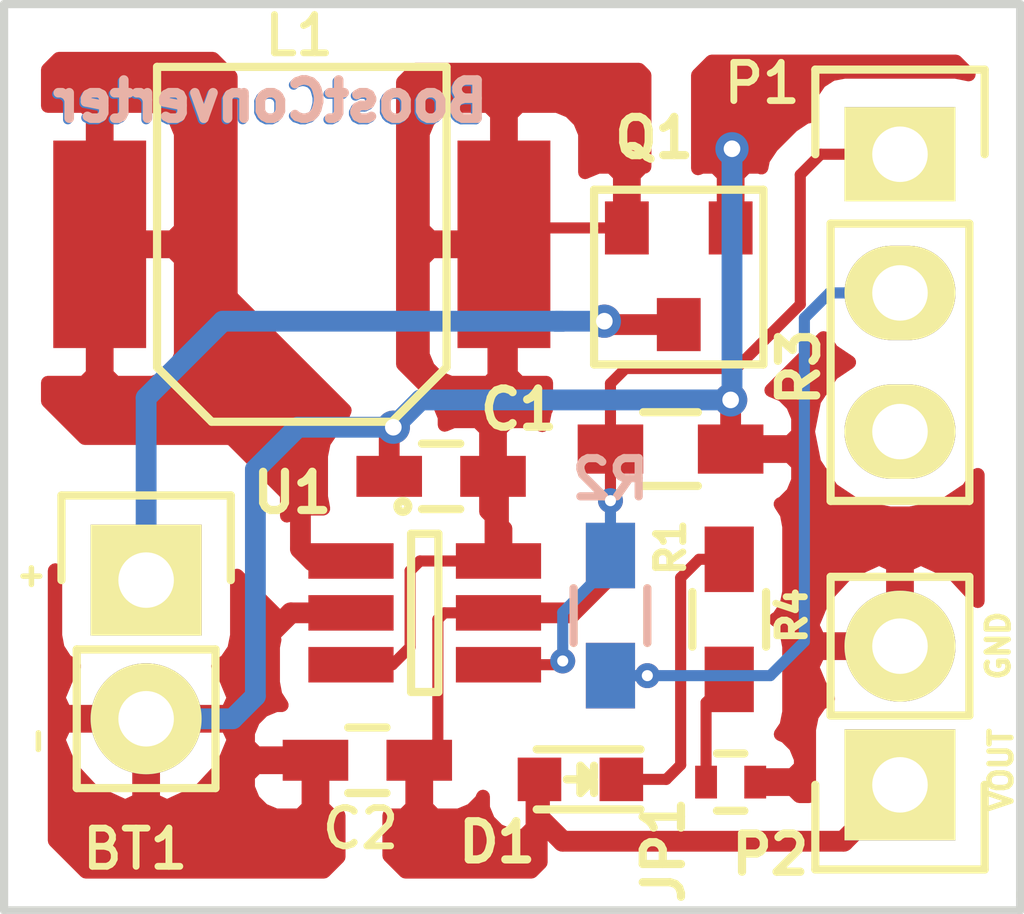
<source format=kicad_pcb>
(kicad_pcb (version 4) (host pcbnew 4.0.4-stable)

  (general
    (links 24)
    (no_connects 0)
    (area 165.974999 108.8705 184.725001 125.675001)
    (thickness 1.6)
    (drawings 11)
    (tracks 86)
    (zones 0)
    (modules 14)
    (nets 11)
  )

  (page A4)
  (layers
    (0 F.Cu signal)
    (31 B.Cu signal)
    (32 B.Adhes user)
    (33 F.Adhes user)
    (34 B.Paste user)
    (35 F.Paste user)
    (36 B.SilkS user)
    (37 F.SilkS user)
    (38 B.Mask user)
    (39 F.Mask user)
    (40 Dwgs.User user)
    (41 Cmts.User user)
    (42 Eco1.User user)
    (43 Eco2.User user)
    (44 Edge.Cuts user)
    (45 Margin user)
    (46 B.CrtYd user)
    (47 F.CrtYd user)
    (48 B.Fab user)
    (49 F.Fab user)
  )

  (setup
    (last_trace_width 0.203)
    (user_trace_width 0.203)
    (user_trace_width 0.381)
    (trace_clearance 0.152)
    (zone_clearance 0.508)
    (zone_45_only no)
    (trace_min 0.2)
    (segment_width 0.2)
    (edge_width 0.15)
    (via_size 0.457)
    (via_drill 0.203)
    (via_min_size 0.4)
    (via_min_drill 0.1)
    (user_via 0.4 0.1)
    (user_via 0.457 0.203)
    (user_via 0.609 0.304)
    (uvia_size 0.355)
    (uvia_drill 0.101)
    (uvias_allowed no)
    (uvia_min_size 0.34)
    (uvia_min_drill 0.101)
    (pcb_text_width 0.3)
    (pcb_text_size 1.5 1.5)
    (mod_edge_width 0.15)
    (mod_text_size 1 1)
    (mod_text_width 0.15)
    (pad_size 1.524 1.524)
    (pad_drill 0.762)
    (pad_to_mask_clearance 0.2)
    (aux_axis_origin 0 0)
    (visible_elements 7FFFFFFF)
    (pcbplotparams
      (layerselection 0x010f0_80000001)
      (usegerberextensions true)
      (excludeedgelayer true)
      (linewidth 0.100000)
      (plotframeref false)
      (viasonmask false)
      (mode 1)
      (useauxorigin false)
      (hpglpennumber 1)
      (hpglpenspeed 20)
      (hpglpendiameter 15)
      (hpglpenoverlay 2)
      (psnegative false)
      (psa4output false)
      (plotreference true)
      (plotvalue true)
      (plotinvisibletext false)
      (padsonsilk false)
      (subtractmaskfromsilk false)
      (outputformat 1)
      (mirror false)
      (drillshape 0)
      (scaleselection 1)
      (outputdirectory Gerber/))
  )

  (net 0 "")
  (net 1 "Net-(BT1-Pad1)")
  (net 2 GND)
  (net 3 "Net-(C1-Pad1)")
  (net 4 "Net-(C2-Pad1)")
  (net 5 "Net-(D1-Pad1)")
  (net 6 "Net-(JP1-Pad1)")
  (net 7 "Net-(L1-Pad2)")
  (net 8 "Net-(P1-Pad1)")
  (net 9 "Net-(P1-Pad2)")
  (net 10 "Net-(P1-Pad3)")

  (net_class Default "This is the default net class."
    (clearance 0.152)
    (trace_width 0.203)
    (via_dia 0.457)
    (via_drill 0.203)
    (uvia_dia 0.355)
    (uvia_drill 0.101)
    (add_net GND)
    (add_net "Net-(BT1-Pad1)")
    (add_net "Net-(C1-Pad1)")
    (add_net "Net-(C2-Pad1)")
    (add_net "Net-(D1-Pad1)")
    (add_net "Net-(JP1-Pad1)")
    (add_net "Net-(L1-Pad2)")
    (add_net "Net-(P1-Pad1)")
    (add_net "Net-(P1-Pad2)")
    (add_net "Net-(P1-Pad3)")
  )

  (net_class GND ""
    (clearance 0.152)
    (trace_width 0.381)
    (via_dia 0.609)
    (via_drill 0.304)
    (uvia_dia 0.355)
    (uvia_drill 0.101)
  )

  (module Pin_Headers:Pin_Header_Straight_1x02 (layer F.Cu) (tedit 57EECF2D) (tstamp 57EEAB19)
    (at 168.65 119.55)
    (descr "Through hole pin header")
    (tags "pin header")
    (path /57EA7D51)
    (fp_text reference BT1 (at -0.2 4.925) (layer F.SilkS)
      (effects (font (size 0.7 0.7) (thickness 0.125)))
    )
    (fp_text value AA (at 0.152999 0.873) (layer F.Fab) hide
      (effects (font (size 1 1) (thickness 0.15)))
    )
    (fp_line (start 1.27 1.27) (end 1.27 3.81) (layer F.SilkS) (width 0.15))
    (fp_line (start 1.55 -1.55) (end 1.55 0) (layer F.SilkS) (width 0.15))
    (fp_line (start -1.75 -1.75) (end -1.75 4.3) (layer F.CrtYd) (width 0.05))
    (fp_line (start 1.75 -1.75) (end 1.75 4.3) (layer F.CrtYd) (width 0.05))
    (fp_line (start -1.75 -1.75) (end 1.75 -1.75) (layer F.CrtYd) (width 0.05))
    (fp_line (start -1.75 4.3) (end 1.75 4.3) (layer F.CrtYd) (width 0.05))
    (fp_line (start 1.27 1.27) (end -1.27 1.27) (layer F.SilkS) (width 0.15))
    (fp_line (start -1.55 0) (end -1.55 -1.55) (layer F.SilkS) (width 0.15))
    (fp_line (start -1.55 -1.55) (end 1.55 -1.55) (layer F.SilkS) (width 0.15))
    (fp_line (start -1.27 1.27) (end -1.27 3.81) (layer F.SilkS) (width 0.15))
    (fp_line (start -1.27 3.81) (end 1.27 3.81) (layer F.SilkS) (width 0.15))
    (pad 1 thru_hole rect (at 0 0) (size 2.032 2.032) (drill 1.016) (layers *.Cu *.Mask F.SilkS)
      (net 1 "Net-(BT1-Pad1)"))
    (pad 2 thru_hole oval (at 0 2.54) (size 2.032 2.032) (drill 1.016) (layers *.Cu *.Mask F.SilkS)
      (net 2 GND))
    (model Pin_Headers.3dshapes/Pin_Header_Straight_1x02.wrl
      (at (xyz 0 -0.05 0))
      (scale (xyz 1 1 1))
      (rotate (xyz 0 0 90))
    )
  )

  (module Capacitors_SMD:C_0603_HandSoldering (layer F.Cu) (tedit 57EECFCC) (tstamp 57EEAB1F)
    (at 174.05 117.65 180)
    (descr "Capacitor SMD 0603, hand soldering")
    (tags "capacitor 0603")
    (path /57EA49AF)
    (attr smd)
    (fp_text reference C1 (at -1.425 1.225 180) (layer F.SilkS)
      (effects (font (size 0.7 0.7) (thickness 0.15)))
    )
    (fp_text value 4.7uF (at 0.136572 0.123 180) (layer F.Fab) hide
      (effects (font (size 1 1) (thickness 0.15)))
    )
    (fp_line (start -1.85 -0.75) (end 1.85 -0.75) (layer F.CrtYd) (width 0.05))
    (fp_line (start -1.85 0.75) (end 1.85 0.75) (layer F.CrtYd) (width 0.05))
    (fp_line (start -1.85 -0.75) (end -1.85 0.75) (layer F.CrtYd) (width 0.05))
    (fp_line (start 1.85 -0.75) (end 1.85 0.75) (layer F.CrtYd) (width 0.05))
    (fp_line (start -0.35 -0.6) (end 0.35 -0.6) (layer F.SilkS) (width 0.15))
    (fp_line (start 0.35 0.6) (end -0.35 0.6) (layer F.SilkS) (width 0.15))
    (pad 1 smd rect (at -0.95 0 180) (size 1.2 0.75) (layers F.Cu F.Paste F.Mask)
      (net 3 "Net-(C1-Pad1)"))
    (pad 2 smd rect (at 0.95 0 180) (size 1.2 0.75) (layers F.Cu F.Paste F.Mask)
      (net 2 GND))
    (model Capacitors_SMD.3dshapes/C_0603_HandSoldering.wrl
      (at (xyz 0 0 0))
      (scale (xyz 1 1 1))
      (rotate (xyz 0 0 0))
    )
  )

  (module Capacitors_SMD:C_0603_HandSoldering (layer F.Cu) (tedit 57EECF36) (tstamp 57EEAB25)
    (at 172.7 122.85 180)
    (descr "Capacitor SMD 0603, hand soldering")
    (tags "capacitor 0603")
    (path /57EA49F6)
    (attr smd)
    (fp_text reference C2 (at 0.125 -1.25 180) (layer F.SilkS)
      (effects (font (size 0.7 0.7) (thickness 0.125)))
    )
    (fp_text value 10uF (at 0.102999 -0.027 180) (layer F.Fab) hide
      (effects (font (size 1 1) (thickness 0.15)))
    )
    (fp_line (start -1.85 -0.75) (end 1.85 -0.75) (layer F.CrtYd) (width 0.05))
    (fp_line (start -1.85 0.75) (end 1.85 0.75) (layer F.CrtYd) (width 0.05))
    (fp_line (start -1.85 -0.75) (end -1.85 0.75) (layer F.CrtYd) (width 0.05))
    (fp_line (start 1.85 -0.75) (end 1.85 0.75) (layer F.CrtYd) (width 0.05))
    (fp_line (start -0.35 -0.6) (end 0.35 -0.6) (layer F.SilkS) (width 0.15))
    (fp_line (start 0.35 0.6) (end -0.35 0.6) (layer F.SilkS) (width 0.15))
    (pad 1 smd rect (at -0.95 0 180) (size 1.2 0.75) (layers F.Cu F.Paste F.Mask)
      (net 4 "Net-(C2-Pad1)"))
    (pad 2 smd rect (at 0.95 0 180) (size 1.2 0.75) (layers F.Cu F.Paste F.Mask)
      (net 2 GND))
    (model Capacitors_SMD.3dshapes/C_0603_HandSoldering.wrl
      (at (xyz 0 0 0))
      (scale (xyz 1 1 1))
      (rotate (xyz 0 0 0))
    )
  )

  (module LEDs:LED_0603 (layer F.Cu) (tedit 57EED07B) (tstamp 57EEAB2B)
    (at 176.6 123.2 180)
    (descr "LED 0603 smd package")
    (tags "LED led 0603 SMD smd SMT smt smdled SMDLED smtled SMTLED")
    (path /57EA3CEA)
    (attr smd)
    (fp_text reference D1 (at 1.525 -1.15 180) (layer F.SilkS)
      (effects (font (size 0.7 0.7) (thickness 0.15)))
    )
    (fp_text value LED (at 0.202999 0.123 180) (layer F.Fab) hide
      (effects (font (size 1 1) (thickness 0.15)))
    )
    (fp_line (start -0.3 -0.2) (end -0.3 0.2) (layer F.Fab) (width 0.15))
    (fp_line (start -0.2 0) (end 0.1 -0.2) (layer F.Fab) (width 0.15))
    (fp_line (start 0.1 0.2) (end -0.2 0) (layer F.Fab) (width 0.15))
    (fp_line (start 0.1 -0.2) (end 0.1 0.2) (layer F.Fab) (width 0.15))
    (fp_line (start 0.8 0.4) (end -0.8 0.4) (layer F.Fab) (width 0.15))
    (fp_line (start 0.8 -0.4) (end 0.8 0.4) (layer F.Fab) (width 0.15))
    (fp_line (start -0.8 -0.4) (end 0.8 -0.4) (layer F.Fab) (width 0.15))
    (fp_line (start -0.8 0.4) (end -0.8 -0.4) (layer F.Fab) (width 0.15))
    (fp_line (start -1.1 0.55) (end 0.8 0.55) (layer F.SilkS) (width 0.15))
    (fp_line (start -1.1 -0.55) (end 0.8 -0.55) (layer F.SilkS) (width 0.15))
    (fp_line (start -0.2 0) (end 0.25 0) (layer F.SilkS) (width 0.15))
    (fp_line (start -0.25 -0.25) (end -0.25 0.25) (layer F.SilkS) (width 0.15))
    (fp_line (start -0.25 0) (end 0 -0.25) (layer F.SilkS) (width 0.15))
    (fp_line (start 0 -0.25) (end 0 0.25) (layer F.SilkS) (width 0.15))
    (fp_line (start 0 0.25) (end -0.25 0) (layer F.SilkS) (width 0.15))
    (fp_line (start 1.4 -0.75) (end 1.4 0.75) (layer F.CrtYd) (width 0.05))
    (fp_line (start 1.4 0.75) (end -1.4 0.75) (layer F.CrtYd) (width 0.05))
    (fp_line (start -1.4 0.75) (end -1.4 -0.75) (layer F.CrtYd) (width 0.05))
    (fp_line (start -1.4 -0.75) (end 1.4 -0.75) (layer F.CrtYd) (width 0.05))
    (pad 2 smd rect (at 0.7493 0) (size 0.79756 0.79756) (layers F.Cu F.Paste F.Mask)
      (net 4 "Net-(C2-Pad1)"))
    (pad 1 smd rect (at -0.7493 0) (size 0.79756 0.79756) (layers F.Cu F.Paste F.Mask)
      (net 5 "Net-(D1-Pad1)"))
    (model LEDs.3dshapes/LED_0603.wrl
      (at (xyz 0 0 0))
      (scale (xyz 1 1 1))
      (rotate (xyz 0 0 180))
    )
  )

  (module Resistors_SMD:R_0402 (layer F.Cu) (tedit 57EED08F) (tstamp 57EEAB31)
    (at 179.35 123.25)
    (descr "Resistor SMD 0402, reflow soldering, Vishay (see dcrcw.pdf)")
    (tags "resistor 0402")
    (path /57ECC09A)
    (attr smd)
    (fp_text reference JP1 (at -1.225 1.25 90) (layer F.SilkS)
      (effects (font (size 0.7 0.7) (thickness 0.15)))
    )
    (fp_text value JPR (at 0.069429 0.023) (layer F.Fab) hide
      (effects (font (size 1 1) (thickness 0.15)))
    )
    (fp_line (start -0.95 -0.65) (end 0.95 -0.65) (layer F.CrtYd) (width 0.05))
    (fp_line (start -0.95 0.65) (end 0.95 0.65) (layer F.CrtYd) (width 0.05))
    (fp_line (start -0.95 -0.65) (end -0.95 0.65) (layer F.CrtYd) (width 0.05))
    (fp_line (start 0.95 -0.65) (end 0.95 0.65) (layer F.CrtYd) (width 0.05))
    (fp_line (start 0.25 -0.525) (end -0.25 -0.525) (layer F.SilkS) (width 0.15))
    (fp_line (start -0.25 0.525) (end 0.25 0.525) (layer F.SilkS) (width 0.15))
    (pad 1 smd rect (at -0.45 0) (size 0.4 0.6) (layers F.Cu F.Paste F.Mask)
      (net 6 "Net-(JP1-Pad1)"))
    (pad 2 smd rect (at 0.45 0) (size 0.4 0.6) (layers F.Cu F.Paste F.Mask)
      (net 2 GND))
    (model Resistors_SMD.3dshapes/R_0402.wrl
      (at (xyz 0 0 0))
      (scale (xyz 1 1 1))
      (rotate (xyz 0 0 0))
    )
  )

  (module "Inductor:Inductor ELL-6S" (layer F.Cu) (tedit 57EECF40) (tstamp 57EEAB37)
    (at 171.5 113.4 180)
    (path /57EA4D41)
    (fp_text reference L1 (at 0.05 3.825 180) (layer F.SilkS)
      (effects (font (size 0.7 0.7) (thickness 0.125)))
    )
    (fp_text value 4.7uH (at 0.248 0.219 180) (layer F.Fab) hide
      (effects (font (size 1 1) (thickness 0.15)))
    )
    (fp_line (start 2.65 -2.25) (end 1.65 -3.25) (layer F.SilkS) (width 0.15))
    (fp_line (start -1.65 -3.25) (end -2.65 -2.25) (layer F.SilkS) (width 0.15))
    (fp_line (start -2.65 3.25) (end -2.65 -2.25) (layer F.SilkS) (width 0.15))
    (fp_line (start -1.65 -3.25) (end 1.65 -3.25) (layer F.SilkS) (width 0.15))
    (fp_line (start 2.65 -2.25) (end 2.65 3.25) (layer F.SilkS) (width 0.15))
    (fp_line (start 2.65 3.25) (end -2.65 3.25) (layer F.SilkS) (width 0.15))
    (pad 2 smd rect (at 3.7 0 180) (size 1.7 3.8) (layers F.Cu F.Paste F.Mask)
      (net 7 "Net-(L1-Pad2)"))
    (pad 1 smd rect (at -3.7 0 180) (size 1.7 3.8) (layers F.Cu F.Paste F.Mask)
      (net 3 "Net-(C1-Pad1)"))
  )

  (module Pin_Headers:Pin_Header_Straight_1x03 (layer F.Cu) (tedit 57EECF49) (tstamp 57EEAB3E)
    (at 182.45 111.75)
    (descr "Through hole pin header")
    (tags "pin header")
    (path /57EA78A5)
    (fp_text reference P1 (at -2.525 -1.3) (layer F.SilkS)
      (effects (font (size 0.7 0.7) (thickness 0.125)))
    )
    (fp_text value CN1X3 (at 0.064667 3.123 90) (layer F.Fab) hide
      (effects (font (size 1 1) (thickness 0.15)))
    )
    (fp_line (start -1.75 -1.75) (end -1.75 6.85) (layer F.CrtYd) (width 0.05))
    (fp_line (start 1.75 -1.75) (end 1.75 6.85) (layer F.CrtYd) (width 0.05))
    (fp_line (start -1.75 -1.75) (end 1.75 -1.75) (layer F.CrtYd) (width 0.05))
    (fp_line (start -1.75 6.85) (end 1.75 6.85) (layer F.CrtYd) (width 0.05))
    (fp_line (start -1.27 1.27) (end -1.27 6.35) (layer F.SilkS) (width 0.15))
    (fp_line (start -1.27 6.35) (end 1.27 6.35) (layer F.SilkS) (width 0.15))
    (fp_line (start 1.27 6.35) (end 1.27 1.27) (layer F.SilkS) (width 0.15))
    (fp_line (start 1.55 -1.55) (end 1.55 0) (layer F.SilkS) (width 0.15))
    (fp_line (start 1.27 1.27) (end -1.27 1.27) (layer F.SilkS) (width 0.15))
    (fp_line (start -1.55 0) (end -1.55 -1.55) (layer F.SilkS) (width 0.15))
    (fp_line (start -1.55 -1.55) (end 1.55 -1.55) (layer F.SilkS) (width 0.15))
    (pad 1 thru_hole rect (at 0 0) (size 2.032 1.7272) (drill 1.016) (layers *.Cu *.Mask F.SilkS)
      (net 8 "Net-(P1-Pad1)"))
    (pad 2 thru_hole oval (at 0 2.54) (size 2.032 1.7272) (drill 1.016) (layers *.Cu *.Mask F.SilkS)
      (net 9 "Net-(P1-Pad2)"))
    (pad 3 thru_hole oval (at 0 5.08) (size 2.032 1.7272) (drill 1.016) (layers *.Cu *.Mask F.SilkS)
      (net 10 "Net-(P1-Pad3)"))
    (model Pin_Headers.3dshapes/Pin_Header_Straight_1x03.wrl
      (at (xyz 0 -0.1 0))
      (scale (xyz 1 1 1))
      (rotate (xyz 0 0 90))
    )
  )

  (module Pin_Headers:Pin_Header_Straight_1x02 (layer F.Cu) (tedit 57EED0A3) (tstamp 57EEAB44)
    (at 182.45 123.3 180)
    (descr "Through hole pin header")
    (tags "pin header")
    (path /57EA3BED)
    (fp_text reference P2 (at 2.375 -1.275 360) (layer F.SilkS)
      (effects (font (size 0.7 0.7) (thickness 0.15)))
    )
    (fp_text value CN1X2 (at -0.075333 1.323 270) (layer F.Fab) hide
      (effects (font (size 1 1) (thickness 0.15)))
    )
    (fp_line (start 1.27 1.27) (end 1.27 3.81) (layer F.SilkS) (width 0.15))
    (fp_line (start 1.55 -1.55) (end 1.55 0) (layer F.SilkS) (width 0.15))
    (fp_line (start -1.75 -1.75) (end -1.75 4.3) (layer F.CrtYd) (width 0.05))
    (fp_line (start 1.75 -1.75) (end 1.75 4.3) (layer F.CrtYd) (width 0.05))
    (fp_line (start -1.75 -1.75) (end 1.75 -1.75) (layer F.CrtYd) (width 0.05))
    (fp_line (start -1.75 4.3) (end 1.75 4.3) (layer F.CrtYd) (width 0.05))
    (fp_line (start 1.27 1.27) (end -1.27 1.27) (layer F.SilkS) (width 0.15))
    (fp_line (start -1.55 0) (end -1.55 -1.55) (layer F.SilkS) (width 0.15))
    (fp_line (start -1.55 -1.55) (end 1.55 -1.55) (layer F.SilkS) (width 0.15))
    (fp_line (start -1.27 1.27) (end -1.27 3.81) (layer F.SilkS) (width 0.15))
    (fp_line (start -1.27 3.81) (end 1.27 3.81) (layer F.SilkS) (width 0.15))
    (pad 1 thru_hole rect (at 0 0 180) (size 2.032 2.032) (drill 1.016) (layers *.Cu *.Mask F.SilkS)
      (net 4 "Net-(C2-Pad1)"))
    (pad 2 thru_hole oval (at 0 2.54 180) (size 2.032 2.032) (drill 1.016) (layers *.Cu *.Mask F.SilkS)
      (net 2 GND))
    (model Pin_Headers.3dshapes/Pin_Header_Straight_1x02.wrl
      (at (xyz 0 -0.05 0))
      (scale (xyz 1 1 1))
      (rotate (xyz 0 0 90))
    )
  )

  (module P-MOSFET:P_MOSFET (layer F.Cu) (tedit 57EECF70) (tstamp 57EEAB4B)
    (at 178.4 113.1 180)
    (path /57EA4A9C)
    (fp_text reference Q1 (at 0.45 1.65 180) (layer F.SilkS)
      (effects (font (size 0.7 0.7) (thickness 0.15)))
    )
    (fp_text value MFET (at 0.15 -0.95 180) (layer F.Fab) hide
      (effects (font (size 1 1) (thickness 0.15)))
    )
    (fp_line (start 1.55 0) (end 1.55 -2.5) (layer F.SilkS) (width 0.15))
    (fp_line (start 1.55 -2.5) (end -1.55 -2.5) (layer F.SilkS) (width 0.15))
    (fp_line (start -1.55 -2.5) (end -1.55 0.7) (layer F.SilkS) (width 0.15))
    (fp_line (start -1.55 0.7) (end 1.55 0.7) (layer F.SilkS) (width 0.15))
    (fp_line (start 1.55 0.7) (end 1.55 0) (layer F.SilkS) (width 0.15))
    (pad 1 smd rect (at -0.95 0 180) (size 0.802 0.972) (layers F.Cu F.Paste F.Mask)
      (net 2 GND))
    (pad 2 smd rect (at 0.95 0 180) (size 0.802 0.972) (layers F.Cu F.Paste F.Mask)
      (net 3 "Net-(C1-Pad1)"))
    (pad 3 smd rect (at 0 -1.77 180) (size 0.802 0.972) (layers F.Cu F.Paste F.Mask)
      (net 1 "Net-(BT1-Pad1)"))
  )

  (module Resistors_SMD:R_0603_HandSoldering (layer F.Cu) (tedit 57EED032) (tstamp 57EEAB51)
    (at 177.15 120.2 270)
    (descr "Resistor SMD 0603, hand soldering")
    (tags "resistor 0603")
    (path /57EA3FD3)
    (attr smd)
    (fp_text reference R1 (at -1.25 -1.1 270) (layer F.SilkS)
      (effects (font (size 0.5 0.5) (thickness 0.125)))
    )
    (fp_text value 536K (at 0.002999 0.223 270) (layer F.Fab) hide
      (effects (font (size 1 1) (thickness 0.15)))
    )
    (fp_line (start -2 -0.8) (end 2 -0.8) (layer F.CrtYd) (width 0.05))
    (fp_line (start -2 0.8) (end 2 0.8) (layer F.CrtYd) (width 0.05))
    (fp_line (start -2 -0.8) (end -2 0.8) (layer F.CrtYd) (width 0.05))
    (fp_line (start 2 -0.8) (end 2 0.8) (layer F.CrtYd) (width 0.05))
    (fp_line (start 0.5 0.675) (end -0.5 0.675) (layer F.SilkS) (width 0.15))
    (fp_line (start -0.5 -0.675) (end 0.5 -0.675) (layer F.SilkS) (width 0.15))
    (pad 1 smd rect (at -1.1 0 270) (size 1.2 0.9) (layers F.Cu F.Paste F.Mask)
      (net 4 "Net-(C2-Pad1)"))
    (pad 2 smd rect (at 1.1 0 270) (size 1.2 0.9) (layers F.Cu F.Paste F.Mask)
      (net 9 "Net-(P1-Pad2)"))
    (model Resistors_SMD.3dshapes/R_0603_HandSoldering.wrl
      (at (xyz 0 0 0))
      (scale (xyz 1 1 1))
      (rotate (xyz 0 0 0))
    )
  )

  (module Resistors_SMD:R_0603_HandSoldering (layer B.Cu) (tedit 57EED0CB) (tstamp 57EEAB57)
    (at 177.15 120.2 90)
    (descr "Resistor SMD 0603, hand soldering")
    (tags "resistor 0603")
    (path /57EA4012)
    (attr smd)
    (fp_text reference R2 (at 2.5 0 180) (layer B.SilkS)
      (effects (font (size 0.7 0.7) (thickness 0.15)) (justify mirror))
    )
    (fp_text value 442K (at -0.007001 -0.073 90) (layer B.Fab) hide
      (effects (font (size 1 1) (thickness 0.15)) (justify mirror))
    )
    (fp_line (start -2 0.8) (end 2 0.8) (layer B.CrtYd) (width 0.05))
    (fp_line (start -2 -0.8) (end 2 -0.8) (layer B.CrtYd) (width 0.05))
    (fp_line (start -2 0.8) (end -2 -0.8) (layer B.CrtYd) (width 0.05))
    (fp_line (start 2 0.8) (end 2 -0.8) (layer B.CrtYd) (width 0.05))
    (fp_line (start 0.5 -0.675) (end -0.5 -0.675) (layer B.SilkS) (width 0.15))
    (fp_line (start -0.5 0.675) (end 0.5 0.675) (layer B.SilkS) (width 0.15))
    (pad 1 smd rect (at -1.1 0 90) (size 1.2 0.9) (layers B.Cu B.Paste B.Mask)
      (net 9 "Net-(P1-Pad2)"))
    (pad 2 smd rect (at 1.1 0 90) (size 1.2 0.9) (layers B.Cu B.Paste B.Mask)
      (net 8 "Net-(P1-Pad1)"))
    (model Resistors_SMD.3dshapes/R_0603_HandSoldering.wrl
      (at (xyz 0 0 0))
      (scale (xyz 1 1 1))
      (rotate (xyz 0 0 0))
    )
  )

  (module Resistors_SMD:R_0603_HandSoldering (layer F.Cu) (tedit 57EECF88) (tstamp 57EEAB5D)
    (at 178.25 117.15)
    (descr "Resistor SMD 0603, hand soldering")
    (tags "resistor 0603")
    (path /57EA48AE)
    (attr smd)
    (fp_text reference R3 (at 2.35 -1.5 90) (layer F.SilkS)
      (effects (font (size 0.7 0.7) (thickness 0.15)))
    )
    (fp_text value 309K (at 0.052999 0.073) (layer F.Fab) hide
      (effects (font (size 1 1) (thickness 0.15)))
    )
    (fp_line (start -2 -0.8) (end 2 -0.8) (layer F.CrtYd) (width 0.05))
    (fp_line (start -2 0.8) (end 2 0.8) (layer F.CrtYd) (width 0.05))
    (fp_line (start -2 -0.8) (end -2 0.8) (layer F.CrtYd) (width 0.05))
    (fp_line (start 2 -0.8) (end 2 0.8) (layer F.CrtYd) (width 0.05))
    (fp_line (start 0.5 0.675) (end -0.5 0.675) (layer F.SilkS) (width 0.15))
    (fp_line (start -0.5 -0.675) (end 0.5 -0.675) (layer F.SilkS) (width 0.15))
    (pad 1 smd rect (at -1.1 0) (size 1.2 0.9) (layers F.Cu F.Paste F.Mask)
      (net 8 "Net-(P1-Pad1)"))
    (pad 2 smd rect (at 1.1 0) (size 1.2 0.9) (layers F.Cu F.Paste F.Mask)
      (net 2 GND))
    (model Resistors_SMD.3dshapes/R_0603_HandSoldering.wrl
      (at (xyz 0 0 0))
      (scale (xyz 1 1 1))
      (rotate (xyz 0 0 0))
    )
  )

  (module Resistors_SMD:R_0603_HandSoldering (layer F.Cu) (tedit 57EED012) (tstamp 57EEAB63)
    (at 179.324 120.269 270)
    (descr "Resistor SMD 0603, hand soldering")
    (tags "resistor 0603")
    (path /57EA48B4)
    (attr smd)
    (fp_text reference R4 (at -0.069 -1.151 270) (layer F.SilkS)
      (effects (font (size 0.5 0.5) (thickness 0.125)))
    )
    (fp_text value 7.1K (at -0.097001 0.173 270) (layer F.Fab) hide
      (effects (font (size 1 1) (thickness 0.15)))
    )
    (fp_line (start -2 -0.8) (end 2 -0.8) (layer F.CrtYd) (width 0.05))
    (fp_line (start -2 0.8) (end 2 0.8) (layer F.CrtYd) (width 0.05))
    (fp_line (start -2 -0.8) (end -2 0.8) (layer F.CrtYd) (width 0.05))
    (fp_line (start 2 -0.8) (end 2 0.8) (layer F.CrtYd) (width 0.05))
    (fp_line (start 0.5 0.675) (end -0.5 0.675) (layer F.SilkS) (width 0.15))
    (fp_line (start -0.5 -0.675) (end 0.5 -0.675) (layer F.SilkS) (width 0.15))
    (pad 1 smd rect (at -1.1 0 270) (size 1.2 0.9) (layers F.Cu F.Paste F.Mask)
      (net 5 "Net-(D1-Pad1)"))
    (pad 2 smd rect (at 1.1 0 270) (size 1.2 0.9) (layers F.Cu F.Paste F.Mask)
      (net 6 "Net-(JP1-Pad1)"))
    (model Resistors_SMD.3dshapes/R_0603_HandSoldering.wrl
      (at (xyz 0 0 0))
      (scale (xyz 1 1 1))
      (rotate (xyz 0 0 0))
    )
  )

  (module TO_SOT_Packages_SMD:SOT-23-6_Handsoldering (layer F.Cu) (tedit 57EECF24) (tstamp 57EEAB6D)
    (at 173.75 120.15)
    (descr "6-pin SOT-23 package, Handsoldering")
    (tags "SOT-23-6 Handsoldering")
    (path /57EA3837)
    (attr smd)
    (fp_text reference U1 (at -2.425 -2.2) (layer F.SilkS)
      (effects (font (size 0.7 0.7) (thickness 0.15)))
    )
    (fp_text value MCP1460 (at 0.02181 0.613) (layer F.Fab) hide
      (effects (font (size 1 1) (thickness 0.15)))
    )
    (fp_line (start -2.4 1.7) (end -2.4 -1.7) (layer F.CrtYd) (width 0.05))
    (fp_line (start 2.4 1.7) (end -2.4 1.7) (layer F.CrtYd) (width 0.05))
    (fp_line (start 2.4 -1.7) (end 2.4 1.7) (layer F.CrtYd) (width 0.05))
    (fp_line (start -2.4 -1.7) (end 2.4 -1.7) (layer F.CrtYd) (width 0.05))
    (fp_circle (center -0.4 -1.95) (end -0.3 -1.95) (layer F.SilkS) (width 0.15))
    (fp_line (start 0.25 -1.45) (end -0.25 -1.45) (layer F.SilkS) (width 0.15))
    (fp_line (start 0.25 1.45) (end 0.25 -1.45) (layer F.SilkS) (width 0.15))
    (fp_line (start -0.25 1.45) (end 0.25 1.45) (layer F.SilkS) (width 0.15))
    (fp_line (start -0.25 -1.45) (end -0.25 1.45) (layer F.SilkS) (width 0.15))
    (pad 1 smd rect (at -1.35 -0.95) (size 1.56 0.65) (layers F.Cu F.Paste F.Mask)
      (net 7 "Net-(L1-Pad2)"))
    (pad 2 smd rect (at -1.35 0) (size 1.56 0.65) (layers F.Cu F.Paste F.Mask)
      (net 2 GND))
    (pad 3 smd rect (at -1.35 0.95) (size 1.56 0.65) (layers F.Cu F.Paste F.Mask)
      (net 3 "Net-(C1-Pad1)"))
    (pad 4 smd rect (at 1.35 0.95) (size 1.56 0.65) (layers F.Cu F.Paste F.Mask)
      (net 8 "Net-(P1-Pad1)"))
    (pad 6 smd rect (at 1.35 -0.95) (size 1.56 0.65) (layers F.Cu F.Paste F.Mask)
      (net 3 "Net-(C1-Pad1)"))
    (pad 5 smd rect (at 1.35 0) (size 1.56 0.65) (layers F.Cu F.Paste F.Mask)
      (net 4 "Net-(C2-Pad1)"))
    (model TO_SOT_Packages_SMD.3dshapes/SOT-23-6.wrl
      (at (xyz 0 0 0))
      (scale (xyz 1 1 1))
      (rotate (xyz 0 0 0))
    )
  )

  (gr_text BoostConverter (at 170.925 110.775) (layer B.SilkS)
    (effects (font (size 0.7 0.7) (thickness 0.175)) (justify mirror))
  )
  (gr_text BoostConverter (at 170.9 110.8) (layer B.Cu)
    (effects (font (size 0.7 0.7) (thickness 0.175)) (justify mirror))
  )
  (gr_text VOUT (at 184.3 123.025 90) (layer F.SilkS)
    (effects (font (size 0.4 0.4) (thickness 0.1)))
  )
  (gr_text GND (at 184.25 120.75 90) (layer F.SilkS)
    (effects (font (size 0.4 0.4) (thickness 0.1)))
  )
  (gr_text - (at 166.65 122.5 90) (layer F.SilkS)
    (effects (font (size 0.4 0.4) (thickness 0.1)))
  )
  (gr_text + (at 166.55 119.45) (layer F.SilkS)
    (effects (font (size 0.4 0.4) (thickness 0.1)))
  )
  (gr_line (start 184.65 125.275) (end 184.65 125.6) (angle 90) (layer Edge.Cuts) (width 0.15))
  (gr_line (start 166.075 125.6) (end 184.65 125.6) (angle 90) (layer Edge.Cuts) (width 0.15))
  (gr_line (start 166.05 109) (end 166.05 125.6) (angle 90) (layer Edge.Cuts) (width 0.15))
  (gr_line (start 184.65 109) (end 166.05 109) (angle 90) (layer Edge.Cuts) (width 0.15))
  (gr_line (start 184.65 125.35) (end 184.65 109) (angle 90) (layer Edge.Cuts) (width 0.15))

  (segment (start 178.4 114.87) (end 177.1 114.87) (width 0.381) (layer F.Cu) (net 1))
  (segment (start 168.65 116.211) (end 170.053 114.808) (width 0.381) (layer B.Cu) (net 1) (tstamp 57EEC7E2))
  (segment (start 170.053 114.808) (end 176.276 114.808) (width 0.381) (layer B.Cu) (net 1) (tstamp 57EEC7EF))
  (segment (start 168.65 116.211) (end 168.65 119.55) (width 0.381) (layer B.Cu) (net 1))
  (segment (start 176.149 114.808) (end 176.276 114.808) (width 0.381) (layer B.Cu) (net 1) (tstamp 57EEC80D))
  (segment (start 177.038 114.808) (end 176.149 114.808) (width 0.381) (layer B.Cu) (net 1) (tstamp 57EEC80C))
  (via (at 177.038 114.808) (size 0.609) (drill 0.304) (layers F.Cu B.Cu) (net 1))
  (segment (start 177.1 114.87) (end 177.038 114.808) (width 0.381) (layer F.Cu) (net 1) (tstamp 57EEC807))
  (segment (start 179.35 116.25) (end 173.675 116.25) (width 0.381) (layer B.Cu) (net 2))
  (segment (start 173.675 116.25) (end 173.175 116.75) (width 0.381) (layer B.Cu) (net 2) (tstamp 57EECCBE))
  (segment (start 173.1 117.65) (end 173.1 116.825) (width 0.381) (layer F.Cu) (net 2))
  (segment (start 173.1 116.825) (end 173.175 116.75) (width 0.381) (layer F.Cu) (net 2) (tstamp 57EECC3C))
  (via (at 173.175 116.75) (size 0.609) (drill 0.304) (layers F.Cu B.Cu) (net 2))
  (segment (start 170.235 122.09) (end 168.65 122.09) (width 0.381) (layer B.Cu) (net 2) (tstamp 57EECC5B))
  (segment (start 173.175 116.75) (end 171.425 116.75) (width 0.381) (layer B.Cu) (net 2) (tstamp 57EECC4A))
  (segment (start 171.425 116.75) (end 170.65 117.525) (width 0.381) (layer B.Cu) (net 2) (tstamp 57EECC4B))
  (segment (start 170.65 117.525) (end 170.65 121.675) (width 0.381) (layer B.Cu) (net 2) (tstamp 57EECC51))
  (segment (start 170.65 121.675) (end 170.235 122.09) (width 0.381) (layer B.Cu) (net 2) (tstamp 57EECC53))
  (via (at 179.375 111.65) (size 0.609) (drill 0.304) (layers F.Cu B.Cu) (net 2))
  (via (at 179.35 116.25) (size 0.609) (drill 0.304) (layers F.Cu B.Cu) (net 2))
  (segment (start 179.35 116.25) (end 179.375 116.225) (width 0.381) (layer B.Cu) (net 2) (tstamp 57EECBDD))
  (segment (start 179.375 111.65) (end 179.375 116.225) (width 0.381) (layer B.Cu) (net 2) (tstamp 57EECBDE))
  (segment (start 179.35 116.25) (end 179.35 117.15) (width 0.381) (layer F.Cu) (net 2))
  (segment (start 172.4 120.15) (end 171.3 120.15) (width 0.381) (layer F.Cu) (net 2))
  (segment (start 171.3 120.15) (end 170.625 120.825) (width 0.381) (layer F.Cu) (net 2) (tstamp 57EECB56))
  (segment (start 175.1 119.2) (end 175.1 117.75) (width 0.381) (layer F.Cu) (net 3))
  (segment (start 175.1 117.75) (end 175 117.65) (width 0.381) (layer F.Cu) (net 3) (tstamp 57EF785B))
  (segment (start 177.45 113.1) (end 175.5 113.1) (width 0.203) (layer F.Cu) (net 3))
  (segment (start 175.5 113.1) (end 175.2 113.4) (width 0.203) (layer F.Cu) (net 3) (tstamp 57EEC60A))
  (segment (start 175 117.65) (end 175 113.6) (width 0.203) (layer F.Cu) (net 3))
  (segment (start 175 113.6) (end 175.2 113.4) (width 0.203) (layer F.Cu) (net 3) (tstamp 57EEC606))
  (segment (start 175.1 117.75) (end 175 117.65) (width 0.203) (layer F.Cu) (net 3) (tstamp 57EEC603))
  (segment (start 175.1 119.2) (end 173.662 119.2) (width 0.203) (layer F.Cu) (net 3))
  (segment (start 173.482 120.777) (end 173.159 121.1) (width 0.203) (layer F.Cu) (net 3) (tstamp 57EEC5C3))
  (segment (start 173.482 119.38) (end 173.482 120.777) (width 0.203) (layer F.Cu) (net 3) (tstamp 57EEC5C0))
  (segment (start 173.662 119.2) (end 173.482 119.38) (width 0.203) (layer F.Cu) (net 3) (tstamp 57EEC5BC))
  (segment (start 173.159 121.1) (end 172.4 121.1) (width 0.203) (layer F.Cu) (net 3) (tstamp 57EEC5C8))
  (segment (start 175.1 120.15) (end 176.425 120.15) (width 0.381) (layer F.Cu) (net 4))
  (segment (start 176.425 120.15) (end 177.15 119.425) (width 0.381) (layer F.Cu) (net 4) (tstamp 57EF7294))
  (segment (start 177.15 119.425) (end 177.15 119.1) (width 0.381) (layer F.Cu) (net 4) (tstamp 57EF7298))
  (segment (start 175.8507 123.2) (end 175.8507 123.9077) (width 0.381) (layer F.Cu) (net 4))
  (segment (start 181.417 124.333) (end 182.45 123.3) (width 0.381) (layer F.Cu) (net 4) (tstamp 57EEC790))
  (segment (start 176.276 124.333) (end 181.417 124.333) (width 0.381) (layer F.Cu) (net 4) (tstamp 57EEC78D))
  (segment (start 175.8507 123.9077) (end 176.276 124.333) (width 0.381) (layer F.Cu) (net 4) (tstamp 57EEC78B))
  (segment (start 175.1 120.15) (end 174.109 120.15) (width 0.203) (layer F.Cu) (net 4))
  (segment (start 173.99 120.269) (end 173.99 122.51) (width 0.203) (layer F.Cu) (net 4) (tstamp 57EEC76C))
  (segment (start 174.109 120.15) (end 173.99 120.269) (width 0.203) (layer F.Cu) (net 4) (tstamp 57EEC76A))
  (segment (start 173.99 122.51) (end 173.65 122.85) (width 0.203) (layer F.Cu) (net 4) (tstamp 57EEC770))
  (segment (start 177.3493 123.2) (end 178.171 123.2) (width 0.203) (layer F.Cu) (net 5))
  (segment (start 178.773 119.169) (end 179.324 119.169) (width 0.203) (layer F.Cu) (net 5) (tstamp 57EEC66B))
  (segment (start 178.435 119.507) (end 178.773 119.169) (width 0.203) (layer F.Cu) (net 5) (tstamp 57EEC668))
  (segment (start 178.435 122.936) (end 178.435 119.507) (width 0.203) (layer F.Cu) (net 5) (tstamp 57EEC665))
  (segment (start 178.171 123.2) (end 178.435 122.936) (width 0.203) (layer F.Cu) (net 5) (tstamp 57EEC663))
  (segment (start 178.9 123.25) (end 178.9 121.793) (width 0.203) (layer F.Cu) (net 6))
  (segment (start 178.9 121.793) (end 179.324 121.369) (width 0.203) (layer F.Cu) (net 6) (tstamp 57EEC65F))
  (segment (start 172.4 119.2) (end 171.7 119.2) (width 0.381) (layer F.Cu) (net 7))
  (segment (start 171.7 119.2) (end 171.475 118.975) (width 0.381) (layer F.Cu) (net 7) (tstamp 57EF7861))
  (segment (start 171.475 118.975) (end 171.475 118.05) (width 0.381) (layer F.Cu) (net 7) (tstamp 57EF7865))
  (segment (start 179.9 115.225) (end 180.625 114.5) (width 0.203) (layer F.Cu) (net 8))
  (segment (start 177.15 115.95) (end 177.425 115.675) (width 0.203) (layer F.Cu) (net 8) (tstamp 57EECC0A))
  (segment (start 177.425 115.675) (end 179.45 115.675) (width 0.203) (layer F.Cu) (net 8) (tstamp 57EECC0D))
  (segment (start 179.45 115.675) (end 179.9 115.225) (width 0.203) (layer F.Cu) (net 8) (tstamp 57EECC12))
  (segment (start 177.15 117.15) (end 177.15 115.95) (width 0.203) (layer F.Cu) (net 8))
  (segment (start 181 111.75) (end 182.45 111.75) (width 0.203) (layer F.Cu) (net 8) (tstamp 57EECC1F))
  (segment (start 180.625 112.125) (end 181 111.75) (width 0.203) (layer F.Cu) (net 8) (tstamp 57EECC19))
  (segment (start 180.625 114.5) (end 180.625 112.125) (width 0.203) (layer F.Cu) (net 8) (tstamp 57EECC16))
  (via (at 177.15 118.095) (size 0.457) (drill 0.203) (layers F.Cu B.Cu) (net 8))
  (segment (start 177.15 118.095) (end 177.15 119.1) (width 0.203) (layer B.Cu) (net 8) (tstamp 57EEC879))
  (segment (start 177.15 117.15) (end 177.15 118.095) (width 0.203) (layer F.Cu) (net 8))
  (segment (start 177.15 118.095) (end 177.165 118.11) (width 0.203) (layer F.Cu) (net 8) (tstamp 57EEC86A))
  (segment (start 177.15 119.1) (end 177.15 119.268) (width 0.203) (layer B.Cu) (net 8))
  (segment (start 177.15 119.268) (end 176.276 120.142) (width 0.203) (layer B.Cu) (net 8) (tstamp 57EEC694))
  (segment (start 176.276 120.142) (end 176.276 121.031) (width 0.203) (layer B.Cu) (net 8) (tstamp 57EEC6A1))
  (via (at 176.276 121.031) (size 0.457) (drill 0.203) (layers F.Cu B.Cu) (net 8))
  (segment (start 176.276 121.031) (end 176.207 121.1) (width 0.203) (layer F.Cu) (net 8) (tstamp 57EEC6AB))
  (segment (start 176.207 121.1) (end 175.1 121.1) (width 0.203) (layer F.Cu) (net 8) (tstamp 57EEC6AC))
  (segment (start 182.44 111.76) (end 182.45 111.75) (width 0.203) (layer F.Cu) (net 8) (tstamp 57EEC620))
  (segment (start 177.825 121.3) (end 180.075 121.3) (width 0.203) (layer B.Cu) (net 9))
  (segment (start 181.16 114.29) (end 182.45 114.29) (width 0.203) (layer B.Cu) (net 9) (tstamp 57EF7977))
  (segment (start 180.7 114.75) (end 181.16 114.29) (width 0.203) (layer B.Cu) (net 9) (tstamp 57EF7972))
  (segment (start 180.7 115.2) (end 180.7 114.75) (width 0.203) (layer B.Cu) (net 9) (tstamp 57EF7970))
  (segment (start 180.7 120.675) (end 180.7 115.2) (width 0.203) (layer B.Cu) (net 9) (tstamp 57EF796C))
  (segment (start 180.075 121.3) (end 180.7 120.675) (width 0.203) (layer B.Cu) (net 9) (tstamp 57EF7969))
  (segment (start 177.15 121.3) (end 177.825 121.3) (width 0.203) (layer B.Cu) (net 9))
  (segment (start 177.825 121.3) (end 177.15 121.3) (width 0.203) (layer F.Cu) (net 9) (tstamp 57EF795D))
  (via (at 177.825 121.3) (size 0.457) (drill 0.203) (layers F.Cu B.Cu) (net 9))

  (zone (net 4) (net_name "Net-(C2-Pad1)") (layer F.Cu) (tstamp 57EEC32B) (hatch edge 0.508)
    (connect_pads (clearance 0.508))
    (min_thickness 0.254)
    (fill yes (arc_segments 16) (thermal_gap 0.508) (thermal_bridge_width 0.508))
    (polygon
      (pts
        (xy 176 122.4) (xy 176 124.775) (xy 175.65 125.125) (xy 173.45 125.125) (xy 172.975 124.65)
        (xy 172.975 122.475) (xy 173.45 122) (xy 175.6 122)
      )
    )
    (filled_polygon
      (pts
        (xy 173.777 122.723) (xy 173.797 122.723) (xy 173.797 122.977) (xy 173.777 122.977) (xy 173.777 123.70125)
        (xy 173.93575 123.86) (xy 174.376309 123.86) (xy 174.609698 123.763327) (xy 174.788327 123.584699) (xy 174.81692 123.515669)
        (xy 174.81692 123.72509) (xy 174.913593 123.958479) (xy 175.092222 124.137107) (xy 175.325611 124.23378) (xy 175.56495 124.23378)
        (xy 175.7237 124.07503) (xy 175.7237 123.327) (xy 175.7037 123.327) (xy 175.7037 123.073) (xy 175.7237 123.073)
        (xy 175.7237 123.053) (xy 175.873 123.053) (xy 175.873 124.722394) (xy 175.705394 124.89) (xy 173.394606 124.89)
        (xy 173.102 124.597394) (xy 173.102 123.86) (xy 173.36425 123.86) (xy 173.523 123.70125) (xy 173.523 122.977)
        (xy 173.503 122.977) (xy 173.503 122.723) (xy 173.523 122.723) (xy 173.523 122.703) (xy 173.777 122.703)
      )
    )
  )
  (zone (net 7) (net_name "Net-(L1-Pad2)") (layer F.Cu) (tstamp 57EF6AAC) (hatch edge 0.508)
    (connect_pads (clearance 0.508))
    (min_thickness 0.254)
    (fill yes (arc_segments 16) (thermal_gap 0.508) (thermal_bridge_width 0.508))
    (polygon
      (pts
        (xy 170.325 110.275) (xy 170.325 114.3) (xy 172.6 116.575) (xy 172.6 117.3) (xy 173.05 117.75)
        (xy 173.05 119.525) (xy 172.975 119.6) (xy 171.725 119.6) (xy 171.1 118.975) (xy 171.1 118.025)
        (xy 170.15 117.075) (xy 167.475 117.075) (xy 166.725 116.325) (xy 166.725 110.15) (xy 167 109.875)
        (xy 169.925 109.875)
      )
    )
    (filled_polygon
      (pts
        (xy 170.198 110.327606) (xy 170.198 114.3) (xy 170.208006 114.34941) (xy 170.235197 114.389803) (xy 172.286138 116.440744)
        (xy 172.235663 116.562302) (xy 172.235551 116.690584) (xy 172.048559 116.81091) (xy 171.903569 117.02311) (xy 171.85256 117.275)
        (xy 171.85256 118.025) (xy 171.893015 118.24) (xy 171.493691 118.24) (xy 171.260302 118.336673) (xy 171.227 118.369975)
        (xy 171.227 118.025) (xy 171.216994 117.97559) (xy 171.189803 117.935197) (xy 170.239803 116.985197) (xy 170.197789 116.957334)
        (xy 170.15 116.948) (xy 167.527606 116.948) (xy 166.852 116.272394) (xy 166.852 115.935) (xy 167.51425 115.935)
        (xy 167.673 115.77625) (xy 167.673 113.527) (xy 167.927 113.527) (xy 167.927 115.77625) (xy 168.08575 115.935)
        (xy 168.776309 115.935) (xy 169.009698 115.838327) (xy 169.188327 115.659699) (xy 169.285 115.42631) (xy 169.285 113.68575)
        (xy 169.12625 113.527) (xy 167.927 113.527) (xy 167.673 113.527) (xy 167.653 113.527) (xy 167.653 113.273)
        (xy 167.673 113.273) (xy 167.673 111.02375) (xy 167.927 111.02375) (xy 167.927 113.273) (xy 169.12625 113.273)
        (xy 169.285 113.11425) (xy 169.285 111.37369) (xy 169.188327 111.140301) (xy 169.009698 110.961673) (xy 168.776309 110.865)
        (xy 168.08575 110.865) (xy 167.927 111.02375) (xy 167.673 111.02375) (xy 167.51425 110.865) (xy 166.852 110.865)
        (xy 166.852 110.202606) (xy 167.052606 110.002) (xy 169.872394 110.002)
      )
    )
  )
  (zone (net 3) (net_name "Net-(C1-Pad1)") (layer F.Cu) (tstamp 57EF6D1F) (hatch edge 0.508)
    (connect_pads (clearance 0.508))
    (min_thickness 0.254)
    (fill yes (arc_segments 16) (thermal_gap 0.508) (thermal_bridge_width 0.508))
    (polygon
      (pts
        (xy 177.9 110.25) (xy 177.9 113.975) (xy 177.725 114.15) (xy 176.525 114.15) (xy 176.1 114.575)
        (xy 176.1 119.25) (xy 175.775 119.575) (xy 174.025 119.575) (xy 173.85 119.4) (xy 173.85 116.275)
        (xy 173.225 115.65) (xy 173.225 110.375) (xy 173.525 110.075) (xy 177.725 110.075)
      )
    )
    (filled_polygon
      (pts
        (xy 177.773 110.302606) (xy 177.773 111.979) (xy 177.73575 111.979) (xy 177.577 112.13775) (xy 177.577 112.973)
        (xy 177.597 112.973) (xy 177.597 113.227) (xy 177.577 113.227) (xy 177.577 113.247) (xy 177.323 113.247)
        (xy 177.323 113.227) (xy 177.303 113.227) (xy 177.303 112.973) (xy 177.323 112.973) (xy 177.323 112.13775)
        (xy 177.16425 111.979) (xy 176.922691 111.979) (xy 176.689302 112.075673) (xy 176.685 112.079975) (xy 176.685 111.37369)
        (xy 176.588327 111.140301) (xy 176.409698 110.961673) (xy 176.176309 110.865) (xy 175.48575 110.865) (xy 175.327 111.02375)
        (xy 175.327 113.273) (xy 175.347 113.273) (xy 175.347 113.527) (xy 175.327 113.527) (xy 175.327 115.77625)
        (xy 175.48575 115.935) (xy 175.973 115.935) (xy 175.973 116.419672) (xy 175.953569 116.44811) (xy 175.90256 116.7)
        (xy 175.90256 116.713006) (xy 175.726309 116.64) (xy 175.28575 116.64) (xy 175.127 116.79875) (xy 175.127 117.523)
        (xy 175.147 117.523) (xy 175.147 117.777) (xy 175.127 117.777) (xy 175.127 118.50125) (xy 175.227 118.60125)
        (xy 175.227 119.073) (xy 175.247 119.073) (xy 175.247 119.17756) (xy 174.953 119.17756) (xy 174.953 119.073)
        (xy 174.973 119.073) (xy 174.973 118.39875) (xy 174.873 118.29875) (xy 174.873 117.777) (xy 174.853 117.777)
        (xy 174.853 117.523) (xy 174.873 117.523) (xy 174.873 116.79875) (xy 174.71425 116.64) (xy 174.273691 116.64)
        (xy 174.114539 116.705923) (xy 174.114663 116.563942) (xy 173.971934 116.218511) (xy 173.942132 116.188657) (xy 173.939803 116.185197)
        (xy 173.352 115.597394) (xy 173.352 113.68575) (xy 173.715 113.68575) (xy 173.715 115.42631) (xy 173.811673 115.659699)
        (xy 173.990302 115.838327) (xy 174.223691 115.935) (xy 174.91425 115.935) (xy 175.073 115.77625) (xy 175.073 113.527)
        (xy 173.87375 113.527) (xy 173.715 113.68575) (xy 173.352 113.68575) (xy 173.352 111.37369) (xy 173.715 111.37369)
        (xy 173.715 113.11425) (xy 173.87375 113.273) (xy 175.073 113.273) (xy 175.073 111.02375) (xy 174.91425 110.865)
        (xy 174.223691 110.865) (xy 173.990302 110.961673) (xy 173.811673 111.140301) (xy 173.715 111.37369) (xy 173.352 111.37369)
        (xy 173.352 110.427606) (xy 173.577606 110.202) (xy 177.672394 110.202)
      )
    )
  )
  (zone (net 2) (net_name GND) (layer F.Cu) (tstamp 57EF7196) (hatch edge 0.508)
    (connect_pads (clearance 0.508))
    (min_thickness 0.254)
    (fill yes (arc_segments 16) (thermal_gap 0.508) (thermal_bridge_width 0.508))
    (polygon
      (pts
        (xy 184 110.4) (xy 184 124.725) (xy 183.625 125.1) (xy 177.025 125.1) (xy 176.7 124.775)
        (xy 176.7 121.675) (xy 176.5 121.475) (xy 173.2 121.475) (xy 172.3 122.375) (xy 172.3 124.675)
        (xy 171.85 125.125) (xy 167.6 125.125) (xy 166.85 124.375) (xy 166.85 119.325) (xy 167.425 118.75)
        (xy 169.775 118.75) (xy 171.2 120.175) (xy 174.3 120.175) (xy 175.9 120.2) (xy 176.725 119.375)
        (xy 176.725 115.7) (xy 177.075 115.35) (xy 178.4 115.35) (xy 178.625 115.125) (xy 178.625 110.25)
        (xy 178.95 109.925) (xy 183.525 109.925)
      )
    )
    (filled_polygon
      (pts
        (xy 166.98656 120.566) (xy 167.030838 120.801317) (xy 167.16991 121.017441) (xy 167.332948 121.12884) (xy 167.243615 121.225182)
        (xy 167.044025 121.707056) (xy 167.163164 121.963) (xy 168.523 121.963) (xy 168.523 121.943) (xy 168.777 121.943)
        (xy 168.777 121.963) (xy 170.136836 121.963) (xy 170.255975 121.707056) (xy 170.056385 121.225182) (xy 169.965903 121.127602)
        (xy 170.117441 121.03009) (xy 170.262431 120.81789) (xy 170.31344 120.566) (xy 170.31344 119.468046) (xy 171.110197 120.264803)
        (xy 171.137704 120.283046) (xy 170.985 120.43575) (xy 170.985 120.60131) (xy 171.000268 120.638171) (xy 170.97256 120.775)
        (xy 170.97256 121.425) (xy 171.016838 121.660317) (xy 171.132461 121.84) (xy 171.023691 121.84) (xy 170.790302 121.936673)
        (xy 170.611673 122.115301) (xy 170.515 122.34869) (xy 170.515 122.56425) (xy 170.67375 122.723) (xy 171.623 122.723)
        (xy 171.623 122.703) (xy 171.877 122.703) (xy 171.877 122.723) (xy 171.897 122.723) (xy 171.897 122.977)
        (xy 171.877 122.977) (xy 171.877 123.70125) (xy 172.03575 123.86) (xy 172.173 123.86) (xy 172.173 124.622394)
        (xy 171.905394 124.89) (xy 167.544606 124.89) (xy 166.977 124.322394) (xy 166.977 122.472944) (xy 167.044025 122.472944)
        (xy 167.243615 122.954818) (xy 167.681621 123.427188) (xy 168.267054 123.695983) (xy 168.523 123.577367) (xy 168.523 122.217)
        (xy 168.777 122.217) (xy 168.777 123.577367) (xy 169.032946 123.695983) (xy 169.618379 123.427188) (xy 169.888615 123.13575)
        (xy 170.515 123.13575) (xy 170.515 123.35131) (xy 170.611673 123.584699) (xy 170.790302 123.763327) (xy 171.023691 123.86)
        (xy 171.46425 123.86) (xy 171.623 123.70125) (xy 171.623 122.977) (xy 170.67375 122.977) (xy 170.515 123.13575)
        (xy 169.888615 123.13575) (xy 170.056385 122.954818) (xy 170.255975 122.472944) (xy 170.136836 122.217) (xy 168.777 122.217)
        (xy 168.523 122.217) (xy 167.163164 122.217) (xy 167.044025 122.472944) (xy 166.977 122.472944) (xy 166.977 119.377606)
        (xy 166.98656 119.368046)
      )
    )
    (filled_polygon
      (pts
        (xy 181.205585 115.34967) (xy 181.520366 115.56) (xy 181.205585 115.77033) (xy 180.880729 116.256511) (xy 180.766655 116.83)
        (xy 180.880729 117.403489) (xy 181.205585 117.88967) (xy 181.691766 118.214526) (xy 182.265255 118.3286) (xy 182.634745 118.3286)
        (xy 183.208234 118.214526) (xy 183.694415 117.88967) (xy 183.873 117.622399) (xy 183.873 119.935296) (xy 183.856385 119.895182)
        (xy 183.418379 119.422812) (xy 182.832946 119.154017) (xy 182.577 119.272633) (xy 182.577 120.633) (xy 182.597 120.633)
        (xy 182.597 120.887) (xy 182.577 120.887) (xy 182.577 120.907) (xy 182.323 120.907) (xy 182.323 120.887)
        (xy 180.963164 120.887) (xy 180.844025 121.142944) (xy 181.043615 121.624818) (xy 181.134097 121.722398) (xy 180.982559 121.81991)
        (xy 180.837569 122.03211) (xy 180.78656 122.284) (xy 180.78656 123.5075) (xy 180.60675 123.5075) (xy 180.47625 123.377)
        (xy 179.9 123.377) (xy 179.9 123.397) (xy 179.74744 123.397) (xy 179.74744 123.103) (xy 179.9 123.103)
        (xy 179.9 123.123) (xy 180.47625 123.123) (xy 180.635 122.96425) (xy 180.635 122.82369) (xy 180.538327 122.590301)
        (xy 180.359698 122.411673) (xy 180.266462 122.373053) (xy 180.370431 122.22089) (xy 180.42144 121.969) (xy 180.42144 120.769)
        (xy 180.377162 120.533683) (xy 180.276376 120.377056) (xy 180.844025 120.377056) (xy 180.963164 120.633) (xy 182.323 120.633)
        (xy 182.323 119.272633) (xy 182.067054 119.154017) (xy 181.481621 119.422812) (xy 181.043615 119.895182) (xy 180.844025 120.377056)
        (xy 180.276376 120.377056) (xy 180.23809 120.317559) (xy 180.168289 120.269866) (xy 180.225441 120.23309) (xy 180.370431 120.02089)
        (xy 180.42144 119.769) (xy 180.42144 118.569) (xy 180.377162 118.333683) (xy 180.263711 118.157375) (xy 180.309698 118.138327)
        (xy 180.488327 117.959699) (xy 180.585 117.72631) (xy 180.585 117.43575) (xy 180.42625 117.277) (xy 179.477 117.277)
        (xy 179.477 117.297) (xy 179.223 117.297) (xy 179.223 117.277) (xy 179.203 117.277) (xy 179.203 117.023)
        (xy 179.223 117.023) (xy 179.223 117.003) (xy 179.477 117.003) (xy 179.477 117.023) (xy 180.42625 117.023)
        (xy 180.585 116.86425) (xy 180.585 116.57369) (xy 180.488327 116.340301) (xy 180.309698 116.161673) (xy 180.09417 116.072398)
        (xy 181.049899 115.116669)
      )
    )
    (filled_polygon
      (pts
        (xy 183.708452 110.288058) (xy 183.466 110.23896) (xy 181.434 110.23896) (xy 181.198683 110.283238) (xy 180.982559 110.42231)
        (xy 180.837569 110.63451) (xy 180.78656 110.8864) (xy 180.78656 111.055956) (xy 180.718154 111.069563) (xy 180.479216 111.229216)
        (xy 180.104216 111.604216) (xy 179.944563 111.843154) (xy 179.914479 111.994396) (xy 179.877309 111.979) (xy 179.63575 111.979)
        (xy 179.477 112.13775) (xy 179.477 112.973) (xy 179.497 112.973) (xy 179.497 113.227) (xy 179.477 113.227)
        (xy 179.477 113.247) (xy 179.223 113.247) (xy 179.223 113.227) (xy 179.203 113.227) (xy 179.203 112.973)
        (xy 179.223 112.973) (xy 179.223 112.13775) (xy 179.06425 111.979) (xy 178.822691 111.979) (xy 178.752 112.008281)
        (xy 178.752 110.302606) (xy 179.002606 110.052) (xy 183.472394 110.052)
      )
    )
  )
)

</source>
